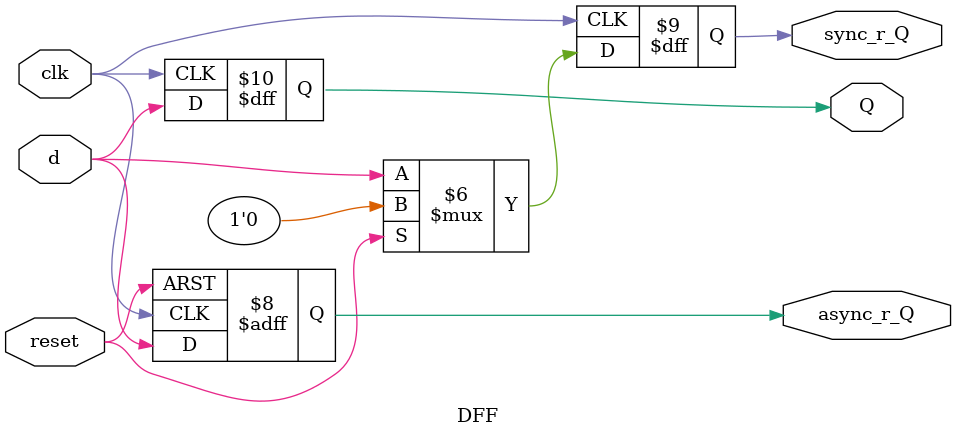
<source format=sv>
module DFF_tb;
  logic clk,reset,d,async_r_Q,sync_r_Q,Q;
  initial begin
    $dumpfile("muxtb.vcd");
    $dumpvars(0,DFF_tb);
  end
  //DFF dut(.clk(clk),.reset(reset),.d(d),;
  DFF dut(.*);  
  initial begin clk=1'b0; end
  always begin 
     clk=1'b1;
    #5;
    clk=1'b0;
    #5;
  end
 initial begin
   
   reset = $random%2;
    d =$random%2;
    #5 reset = $random%2;
    d =$random%2;
    #20 reset = $random%2;
    d =$random%2;
    #10 reset = $random%2;
    d =$random%2;
    #20 //reset = $random%2;
    d =$random%2;
    #10;
   d =$random%2;
    #10;
   d =$random%2;
    #10;
   
   
    $finish();
  end
endmodule





//variuosu  D filflop 
module DFF(clk,d,reset,async_r_Q,sync_r_Q,Q);
  input logic clk,reset,d;
  output logic async_r_Q,sync_r_Q,Q;
  //simple
  always_ff @(posedge clk)
    begin
    Q<= d; 
    end
  //with sync reset
  always_ff @(posedge clk)
    begin
      if(reset) 
    	sync_r_Q<= 0; 
      else
        sync_r_Q<=d;
    end
  
  always_ff @(posedge clk,negedge reset)
    begin
      if(!reset) 
    	async_r_Q=0; 
      else
        async_r_Q=d;
    end
endmodule

</source>
